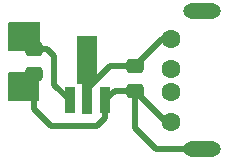
<source format=gbr>
%TF.GenerationSoftware,KiCad,Pcbnew,7.0.9-7.0.9~ubuntu22.04.1*%
%TF.CreationDate,2023-11-27T09:49:11+01:00*%
%TF.ProjectId,pcb,7063622e-6b69-4636-9164-5f7063625858,rev?*%
%TF.SameCoordinates,Original*%
%TF.FileFunction,Copper,L2,Bot*%
%TF.FilePolarity,Positive*%
%FSLAX46Y46*%
G04 Gerber Fmt 4.6, Leading zero omitted, Abs format (unit mm)*
G04 Created by KiCad (PCBNEW 7.0.9-7.0.9~ubuntu22.04.1) date 2023-11-27 09:49:11*
%MOMM*%
%LPD*%
G01*
G04 APERTURE LIST*
G04 Aperture macros list*
%AMRoundRect*
0 Rectangle with rounded corners*
0 $1 Rounding radius*
0 $2 $3 $4 $5 $6 $7 $8 $9 X,Y pos of 4 corners*
0 Add a 4 corners polygon primitive as box body*
4,1,4,$2,$3,$4,$5,$6,$7,$8,$9,$2,$3,0*
0 Add four circle primitives for the rounded corners*
1,1,$1+$1,$2,$3*
1,1,$1+$1,$4,$5*
1,1,$1+$1,$6,$7*
1,1,$1+$1,$8,$9*
0 Add four rect primitives between the rounded corners*
20,1,$1+$1,$2,$3,$4,$5,0*
20,1,$1+$1,$4,$5,$6,$7,0*
20,1,$1+$1,$6,$7,$8,$9,0*
20,1,$1+$1,$8,$9,$2,$3,0*%
%AMFreePoly0*
4,1,9,5.362500,-0.866500,1.237500,-0.866500,1.237500,-0.450000,-1.237500,-0.450000,-1.237500,0.450000,1.237500,0.450000,1.237500,0.866500,5.362500,0.866500,5.362500,-0.866500,5.362500,-0.866500,$1*%
G04 Aperture macros list end*
%TA.AperFunction,SMDPad,CuDef*%
%ADD10R,0.900000X2.300000*%
%TD*%
%TA.AperFunction,SMDPad,CuDef*%
%ADD11FreePoly0,90.000000*%
%TD*%
%TA.AperFunction,ComponentPad*%
%ADD12C,1.600000*%
%TD*%
%TA.AperFunction,ComponentPad*%
%ADD13O,3.200000X1.300000*%
%TD*%
%TA.AperFunction,SMDPad,CuDef*%
%ADD14RoundRect,0.250000X-0.475000X0.337500X-0.475000X-0.337500X0.475000X-0.337500X0.475000X0.337500X0*%
%TD*%
%TA.AperFunction,ViaPad*%
%ADD15C,0.800000*%
%TD*%
%TA.AperFunction,Conductor*%
%ADD16C,0.500000*%
%TD*%
G04 APERTURE END LIST*
D10*
%TO.P,U1,1,GND*%
%TO.N,GND*%
X131800000Y-101150000D03*
D11*
%TO.P,U1,2,VIN*%
%TO.N,+5V*%
X130300000Y-101062500D03*
D10*
%TO.P,U1,3,VOUT*%
%TO.N,+3.3V*%
X128800000Y-101150000D03*
%TD*%
D12*
%TO.P,J1,1,VBUS*%
%TO.N,+5V*%
X137400000Y-95950000D03*
%TO.P,J1,2,D-*%
%TO.N,/USB_D-*%
X137400000Y-98450000D03*
%TO.P,J1,3,D+*%
%TO.N,/USB_D+*%
X137400000Y-100450000D03*
%TO.P,J1,4,GND*%
%TO.N,GND*%
X137400000Y-102950000D03*
D13*
%TO.P,J1,5,Shield*%
X140000000Y-93600000D03*
X140000000Y-105300000D03*
%TD*%
D14*
%TO.P,C1,1*%
%TO.N,+5V*%
X134300000Y-98262500D03*
%TO.P,C1,2*%
%TO.N,GND*%
X134300000Y-100337500D03*
%TD*%
%TO.P,C2,1*%
%TO.N,+3.3V*%
X125750000Y-96812500D03*
%TO.P,C2,2*%
%TO.N,GND*%
X125750000Y-98887500D03*
%TD*%
D15*
%TO.N,GND*%
X124100000Y-100500000D03*
%TO.N,+3.3V*%
X125200000Y-95100000D03*
%TD*%
D16*
%TO.N,GND*%
X134300000Y-103500000D02*
X136100000Y-105300000D01*
X136100000Y-105300000D02*
X140000000Y-105300000D01*
X134300000Y-100337500D02*
X134300000Y-103500000D01*
%TO.N,+5V*%
X136612500Y-95950000D02*
X134300000Y-98262500D01*
X130300000Y-100150000D02*
X130300000Y-101062500D01*
X132187500Y-98262500D02*
X130300000Y-100150000D01*
X134300000Y-98262500D02*
X132187500Y-98262500D01*
X137400000Y-95950000D02*
X136612500Y-95950000D01*
%TO.N,GND*%
X137400000Y-102950000D02*
X136912500Y-102950000D01*
X134300000Y-100337500D02*
X132612500Y-100337500D01*
X125750000Y-98887500D02*
X125750000Y-101850000D01*
X131800000Y-102600000D02*
X131800000Y-101150000D01*
X125750000Y-101850000D02*
X127200000Y-103300000D01*
X132612500Y-100337500D02*
X131800000Y-101150000D01*
X136912500Y-102950000D02*
X134300000Y-100337500D01*
X131100000Y-103300000D02*
X131800000Y-102600000D01*
X127200000Y-103300000D02*
X131100000Y-103300000D01*
%TO.N,+3.3V*%
X128800000Y-101150000D02*
X127500000Y-99850000D01*
X127500000Y-99850000D02*
X127500000Y-97400000D01*
X126912500Y-96812500D02*
X125750000Y-96812500D01*
X127500000Y-97400000D02*
X126912500Y-96812500D01*
%TD*%
%TA.AperFunction,Conductor*%
%TO.N,+3.3V*%
G36*
X126243039Y-94519685D02*
G01*
X126288794Y-94572489D01*
X126300000Y-94624000D01*
X126300000Y-96876000D01*
X126280315Y-96943039D01*
X126227511Y-96988794D01*
X126176000Y-97000000D01*
X123724500Y-97000000D01*
X123657461Y-96980315D01*
X123611706Y-96927511D01*
X123600500Y-96876000D01*
X123600500Y-94624000D01*
X123620185Y-94556961D01*
X123672989Y-94511206D01*
X123724500Y-94500000D01*
X126176000Y-94500000D01*
X126243039Y-94519685D01*
G37*
%TD.AperFunction*%
%TD*%
%TA.AperFunction,Conductor*%
%TO.N,GND*%
G36*
X126143039Y-98719685D02*
G01*
X126188794Y-98772489D01*
X126200000Y-98824000D01*
X126200000Y-101076000D01*
X126180315Y-101143039D01*
X126127511Y-101188794D01*
X126076000Y-101200000D01*
X123724500Y-101200000D01*
X123657461Y-101180315D01*
X123611706Y-101127511D01*
X123600500Y-101076000D01*
X123600500Y-98824000D01*
X123620185Y-98756961D01*
X123672989Y-98711206D01*
X123724500Y-98700000D01*
X126076000Y-98700000D01*
X126143039Y-98719685D01*
G37*
%TD.AperFunction*%
%TD*%
M02*

</source>
